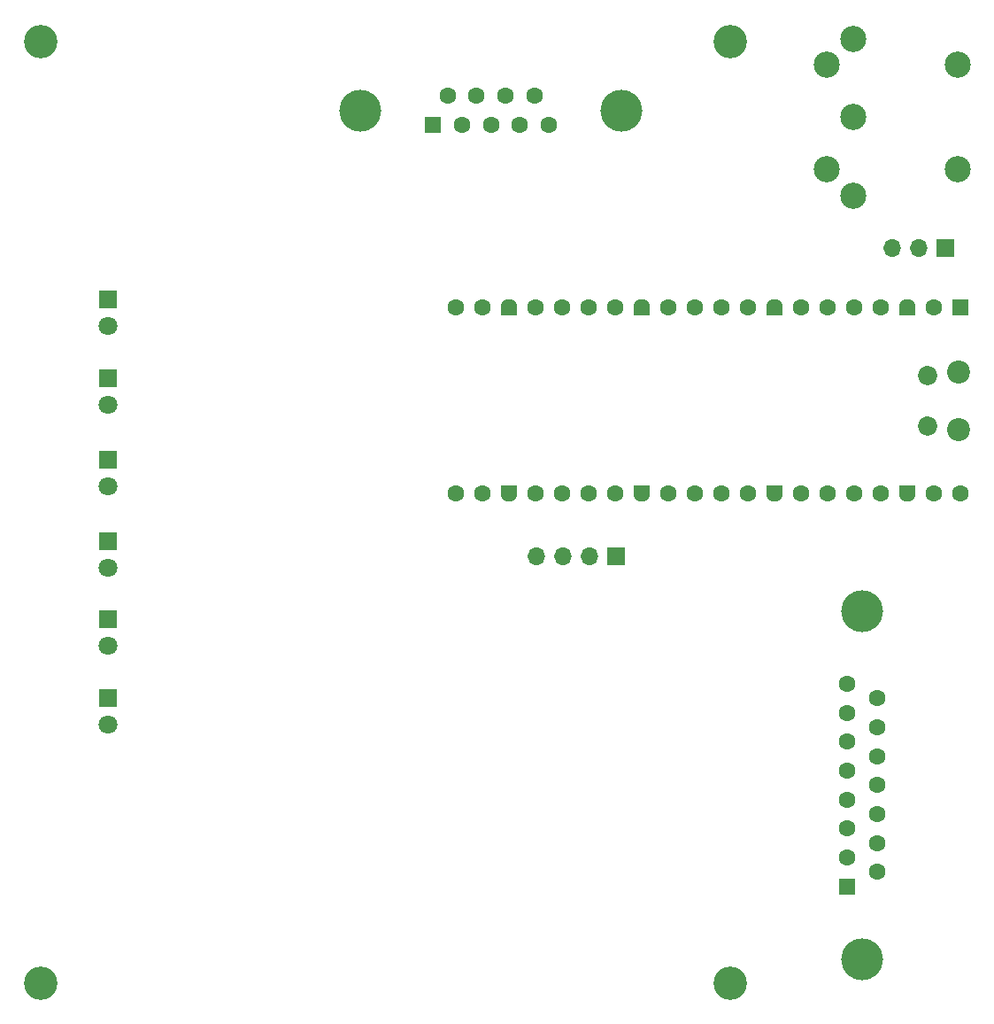
<source format=gbs>
G04 #@! TF.GenerationSoftware,KiCad,Pcbnew,8.0.5*
G04 #@! TF.CreationDate,2024-10-24T17:49:52+02:00*
G04 #@! TF.ProjectId,vt2_communicator,7674325f-636f-46d6-9d75-6e696361746f,rev?*
G04 #@! TF.SameCoordinates,Original*
G04 #@! TF.FileFunction,Soldermask,Bot*
G04 #@! TF.FilePolarity,Negative*
%FSLAX46Y46*%
G04 Gerber Fmt 4.6, Leading zero omitted, Abs format (unit mm)*
G04 Created by KiCad (PCBNEW 8.0.5) date 2024-10-24 17:49:52*
%MOMM*%
%LPD*%
G01*
G04 APERTURE LIST*
G04 Aperture macros list*
%AMRoundRect*
0 Rectangle with rounded corners*
0 $1 Rounding radius*
0 $2 $3 $4 $5 $6 $7 $8 $9 X,Y pos of 4 corners*
0 Add a 4 corners polygon primitive as box body*
4,1,4,$2,$3,$4,$5,$6,$7,$8,$9,$2,$3,0*
0 Add four circle primitives for the rounded corners*
1,1,$1+$1,$2,$3*
1,1,$1+$1,$4,$5*
1,1,$1+$1,$6,$7*
1,1,$1+$1,$8,$9*
0 Add four rect primitives between the rounded corners*
20,1,$1+$1,$2,$3,$4,$5,0*
20,1,$1+$1,$4,$5,$6,$7,0*
20,1,$1+$1,$6,$7,$8,$9,0*
20,1,$1+$1,$8,$9,$2,$3,0*%
%AMFreePoly0*
4,1,28,0.605014,0.794986,0.644504,0.794986,0.724698,0.756366,0.780194,0.686777,0.800000,0.600000,0.800000,-0.600000,0.780194,-0.686777,0.724698,-0.756366,0.644504,-0.794986,0.605014,-0.794986,0.600000,-0.800000,0.000000,-0.800000,-0.178017,-0.779942,-0.347107,-0.720775,-0.498792,-0.625465,-0.625465,-0.498792,-0.720775,-0.347107,-0.779942,-0.178017,-0.800000,0.000000,-0.779942,0.178017,
-0.720775,0.347107,-0.625465,0.498792,-0.498792,0.625465,-0.347107,0.720775,-0.178017,0.779942,0.000000,0.800000,0.600000,0.800000,0.605014,0.794986,0.605014,0.794986,$1*%
%AMFreePoly1*
4,1,28,0.178017,0.779942,0.347107,0.720775,0.498792,0.625465,0.625465,0.498792,0.720775,0.347107,0.779942,0.178017,0.800000,0.000000,0.779942,-0.178017,0.720775,-0.347107,0.625465,-0.498792,0.498792,-0.625465,0.347107,-0.720775,0.178017,-0.779942,0.000000,-0.800000,-0.600000,-0.800000,-0.605014,-0.794986,-0.644504,-0.794986,-0.724698,-0.756366,-0.780194,-0.686777,-0.800000,-0.600000,
-0.800000,0.600000,-0.780194,0.686777,-0.724698,0.756366,-0.644504,0.794986,-0.605014,0.794986,-0.600000,0.800000,0.000000,0.800000,0.178017,0.779942,0.178017,0.779942,$1*%
G04 Aperture macros list end*
%ADD10R,1.800000X1.800000*%
%ADD11C,1.800000*%
%ADD12C,4.000000*%
%ADD13R,1.600000X1.600000*%
%ADD14C,1.600000*%
%ADD15C,3.200000*%
%ADD16R,1.700000X1.700000*%
%ADD17O,1.700000X1.700000*%
%ADD18C,2.499360*%
%ADD19C,2.200000*%
%ADD20C,1.850000*%
%ADD21RoundRect,0.200000X-0.600000X0.600000X-0.600000X-0.600000X0.600000X-0.600000X0.600000X0.600000X0*%
%ADD22FreePoly0,270.000000*%
%ADD23FreePoly1,270.000000*%
G04 APERTURE END LIST*
D10*
X110000000Y-80210000D03*
D11*
X110000000Y-82750000D03*
D12*
X159090000Y-62110331D03*
X134090000Y-62110331D03*
D13*
X141050000Y-63530331D03*
D14*
X143820000Y-63530331D03*
X146590000Y-63530331D03*
X149360000Y-63530331D03*
X152130000Y-63530331D03*
X142435000Y-60690331D03*
X145205000Y-60690331D03*
X147975000Y-60690331D03*
X150745000Y-60690331D03*
D15*
X169500000Y-145500000D03*
D16*
X158550000Y-104750000D03*
D17*
X156010000Y-104750000D03*
X153470000Y-104750000D03*
X150930000Y-104750000D03*
D15*
X169500000Y-55500000D03*
D10*
X110000000Y-110750000D03*
D11*
X110000000Y-113290000D03*
D18*
X191244900Y-67753180D03*
X191244900Y-57750660D03*
X181250000Y-55253840D03*
X181247460Y-62751920D03*
X181250000Y-70250000D03*
X178748100Y-57755740D03*
X178748100Y-67748100D03*
D10*
X110000000Y-87750000D03*
D11*
X110000000Y-90290000D03*
D12*
X182080000Y-143250000D03*
X182080000Y-109950000D03*
D13*
X180660000Y-136295000D03*
D14*
X180660000Y-133525000D03*
X180660000Y-130755000D03*
X180660000Y-127985000D03*
X180660000Y-125215000D03*
X180660000Y-122445000D03*
X180660000Y-119675000D03*
X180660000Y-116905000D03*
X183500000Y-134910000D03*
X183500000Y-132140000D03*
X183500000Y-129370000D03*
X183500000Y-126600000D03*
X183500000Y-123830000D03*
X183500000Y-121060000D03*
X183500000Y-118290000D03*
D19*
X191370000Y-87135000D03*
D20*
X188340000Y-87435000D03*
X188340000Y-92285000D03*
D19*
X191370000Y-92585000D03*
D21*
X191500000Y-80970000D03*
D14*
X188960000Y-80970000D03*
D22*
X186420000Y-80970000D03*
D14*
X183880000Y-80970000D03*
X181340000Y-80970000D03*
X178800000Y-80970000D03*
X176260000Y-80970000D03*
D22*
X173720000Y-80970000D03*
D14*
X171180000Y-80970000D03*
X168640000Y-80970000D03*
X166100000Y-80970000D03*
X163560000Y-80970000D03*
D22*
X161020000Y-80970000D03*
D14*
X158480000Y-80970000D03*
X155940000Y-80970000D03*
X153400000Y-80970000D03*
X150860000Y-80970000D03*
D22*
X148320000Y-80970000D03*
D14*
X145780000Y-80970000D03*
X143240000Y-80970000D03*
X143240000Y-98750000D03*
X145780000Y-98750000D03*
D23*
X148320000Y-98750000D03*
D14*
X150860000Y-98750000D03*
X153400000Y-98750000D03*
X155940000Y-98750000D03*
X158480000Y-98750000D03*
D23*
X161020000Y-98750000D03*
D14*
X163560000Y-98750000D03*
X166100000Y-98750000D03*
X168640000Y-98750000D03*
X171180000Y-98750000D03*
D23*
X173720000Y-98750000D03*
D14*
X176260000Y-98750000D03*
X178800000Y-98750000D03*
X181340000Y-98750000D03*
X183880000Y-98750000D03*
D23*
X186420000Y-98750000D03*
D14*
X188960000Y-98750000D03*
X191500000Y-98750000D03*
D10*
X110000000Y-95500000D03*
D11*
X110000000Y-98040000D03*
D10*
X110000000Y-103250000D03*
D11*
X110000000Y-105790000D03*
D15*
X103500000Y-55500000D03*
D16*
X190080000Y-75250000D03*
D17*
X187540000Y-75250000D03*
X185000000Y-75250000D03*
D15*
X103500000Y-145500000D03*
D10*
X110000000Y-118250000D03*
D11*
X110000000Y-120790000D03*
M02*

</source>
